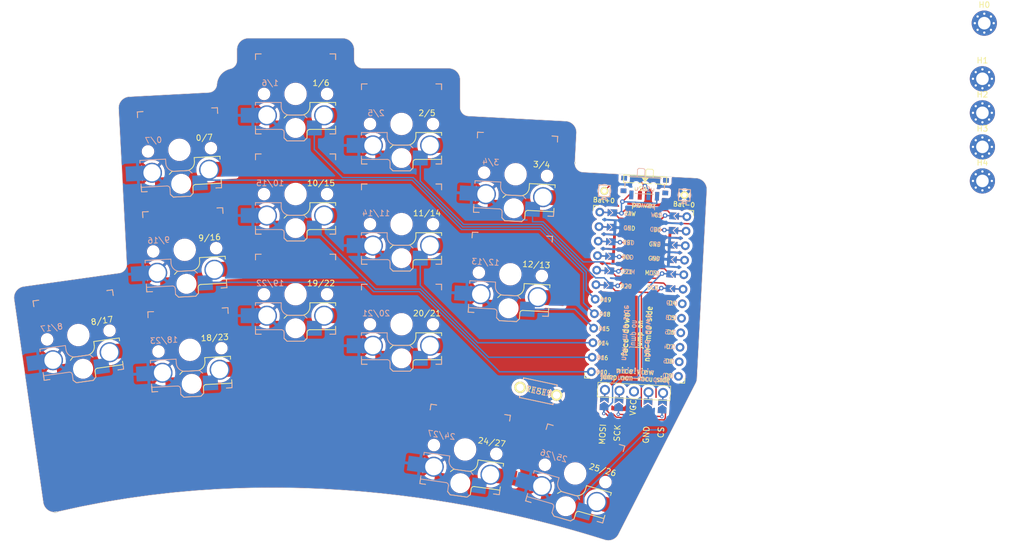
<source format=kicad_pcb>
(kicad_pcb (version 20240108) (generator "pcbnew") (generator_version "8.0")
  (title_block (title "ptk") (rev "0.4") (company "jcmkk3"))
  (layers (0 "F.Cu" signal) (31 "B.Cu" signal) (34 "B.Paste" user) (35 "F.Paste" user) (36 "B.SilkS" user "B.Silkscreen") (37 "F.SilkS" user "F.Silkscreen") (38 "B.Mask" user) (39 "F.Mask" user) (44 "Edge.Cuts" user))
  (net 0 "")
  (net 1 "GND")
  (net 2 "s0")
  (net 3 "s1")
  (net 4 "s2")
  (net 5 "s3")
  (net 6 "s8")
  (net 7 "s9")
  (net 8 "s10")
  (net 9 "s11")
  (net 10 "s12")
  (net 11 "s18")
  (net 12 "s19")
  (net 13 "s20")
  (net 14 "s24")
  (net 15 "s25")
  (net 16 "cs")
  (net 17 "mosi")
  (net 18 "sck")
  (net 19 "raw")
  (net 20 "reset")
  (net 22 "+BATT")
  (net 23 "VCC")
  (footprint "chelming-kbd:SW_SPDT_PCM12_REVERSIBLE" (layer "F.Cu") (at 270.064332 113.23058 -3)
    (property "Reference" "SW_PWR0" (hide yes))
    (property "Value" "SW_SPST")
  )
  (footprint "chelming-kbd:choc_v1_hotswap_reversible" (layer "F.Cu") (at 227.576037 120.657806)
    (property "Reference" "11/14")
    (property "Value" "keyswitch")
  )
  (footprint "chelming-kbd:choc_v1_hotswap_reversible" (layer "F.Cu") (at 227.576037 103.157806)
    (property "Reference" "2/5")
    (property "Value" "keyswitch")
  )
  (footprint "keyboard:1pin_conn" (layer "F.Cu") (at 276.969254 115.588004 -3)
    (property "Reference" "Bat-0")
    (property "Value" "MountingHole_Pad" (hide yes))
  )
  (footprint "kbd:ResetSW" (layer "F.Cu") (at 251.46 149.86 -12)
    (property "Reference" "RSW0" (hide yes))
    (property "Value" "SW_Push")
  )
  (footprint "chelming-kbd:choc_v1_hotswap_reversible" (layer "F.Cu") (at 257.892868 164.225935 -16)
    (property "Reference" "25/26")
    (property "Value" "keyswitch")
  )
  (footprint "chelming-kbd:choc_v1_hotswap_reversible" (layer "F.Cu") (at 238.676037 160.032806 -8)
    (property "Reference" "24/27")
    (property "Value" "keyswitch")
  )
  (footprint "chelming-kbd:choc_v1_hotswap_reversible" (layer "F.Cu") (at 227.576037 138.157806)
    (property "Reference" "20/21")
    (property "Value" "keyswitch")
  )
  (footprint "chelming-kbd:nice-view_reversible" (layer "F.Cu") (at 269.025286 133.416682 -3)
    (property "Reference" "J0" (hide yes))
    (property "Value" "nice!view")
  )
  (footprint "chelming-kbd:choc_v1_hotswap_reversible" (layer "F.Cu") (at 209.076038 97.907806)
    (property "Reference" "1/6")
    (property "Value" "keyswitch")
  )
  (footprint "chelming-kbd:choc_v1_hotswap_reversible" (layer "F.Cu") (at 246.573229 129.420826 -3)
    (property "Reference" "12/13")
    (property "Value" "keyswitch")
  )
  (footprint "chelming-kbd:choc_v1_hotswap_reversible" (layer "F.Cu") (at 209.076038 115.407806)
    (property "Reference" "10/15")
    (property "Value" "keyswitch")
  )
  (footprint "chelming-kbd:choc_v1_hotswap_reversible" (layer "F.Cu") (at 190.640643 142.624994 3)
    (property "Reference" "18/23")
    (property "Value" "keyswitch")
  )
  (footprint "MountingHole:MountingHole_2.2mm_M2_Pad_Via" (layer "F.Cu") (at 328.985 107.1648)
    (property "Reference" "H3")
    (property "Value" "MountingHole_Pad")
  )
  (footprint "keyboard:1pin_conn" (layer "F.Cu") (at 262.98844 114.8553 -3)
    (property "Reference" "Bat+0")
    (property "Value" "MountingHole_Pad" (hide yes))
  )
  (footprint "chelming-kbd:choc_v1_hotswap_reversible" (layer "F.Cu") (at 188.808885 107.67296 3)
    (property "Reference" "0/7")
    (property "Value" "keyswitch")
  )
  (footprint "MountingHole:MountingHole_2.2mm_M2_Pad_Via" (layer "F.Cu") (at 328.985 101.2148)
    (property "Reference" "H2")
    (property "Value" "MountingHole_Pad")
  )
  (footprint "chelming-kbd:choc_v1_hotswap_reversible" (layer "F.Cu") (at 171.155839 140.042596 8)
    (property "Reference" "8/17")
    (property "Value" "keyswitch")
  )
  (footprint "MountingHole:MountingHole_2.2mm_M2_Pad_Via" (layer "F.Cu") (at 328.985 95.2648)
    (property "Reference" "H1")
    (property "Value" "MountingHole_Pad")
  )
  (footprint "MountingHole:MountingHole_2.2mm_M2_Pad_Via" (layer "F.Cu") (at 329.312 85.5472)
    (property "Reference" "H0")
    (property "Value" "MountingHole_Pad")
  )
  (footprint "chelming-kbd:choc_v1_hotswap_reversible" (layer "F.Cu") (at 247.489108 111.944809 -3)
    (property "Reference" "3/4")
    (property "Value" "keyswitch")
  )
  (footprint "chelming-kbd:choc_v1_hotswap_reversible" (layer "F.Cu") (at 189.724764 125.148977 3)
    (property "Reference" "9/16")
    (property "Value" "keyswitch")
  )
  (footprint "chelming-kbd:choc_v1_hotswap_reversible" (layer "F.Cu") (at 209.076038 132.907806)
    (property "Reference" "19/22")
    (property "Value" "keyswitch")
  )
  (footprint "MountingHole:MountingHole_2.2mm_M2_Pad_Via" (layer "F.Cu") (at 328.985 113.1148)
    (property "Reference" "H4")
    (property "Value" "MountingHole_Pad")
  )
  (footprint "chelming-kbd:ProMicro_v3_nice_view_reversible" (layer "F.Cu") (at 269.025286 133.416682 -3)
    (property "Reference" "MCU0" (hide yes))
    (property "Value" "ProMicro-kbd" (hide yes))
  )
  (gr_line (start 265.476055 174.844717) (end 278.966077 148.420671) (stroke (width 0.05)) (layer "Edge.Cuts"))
  (gr_curve (pts (xy 180.059923 98.36811) (xy 178.956868 98.425901) (xy 178.109525 99.366972) (xy 178.167338 100.470027)) (stroke (width 0.05)) (layer "Edge.Cuts"))
  (gr_line (start 197.677857 93.508616) (end 197.674439 93.509185) (stroke (width 0.05)) (layer "Edge.Cuts"))
  (gr_line (start 198.826047 90.157823) (end 198.826047 91.966774) (stroke (width 0.05)) (layer "Edge.Cuts"))
  (gr_curve (pts (xy 278.966077 148.420671) (xy 279.079668 148.187018) (xy 279.149326 147.927236) (xy 279.163779 147.651471)) (stroke (width 0.05)) (layer "Edge.Cuts"))
  (gr_curve (pts (xy 263.135817 175.87225) (xy 264.077016 176.142135) (xy 265.054185 175.690371) (xy 265.476055 174.844717)) (stroke (width 0.05)) (layer "Edge.Cuts"))
  (gr_line (start 219.327351 91.908136) (end 219.326045 90.157823) (stroke (width 0.05)) (layer "Edge.Cuts"))
  (gr_line (start 195.332036 96.248599) (end 195.332195 96.248599) (stroke (width 0.05)) (layer "Edge.Cuts"))
  (gr_line (start 193.914015 97.641542) (end 180.059923 98.36811) (stroke (width 0.05)) (layer "Edge.Cuts"))
  (gr_line (start 278.998264 112.594761) (end 259.272663 111.560922) (stroke (width 0.05)) (layer "Edge.Cuts"))
  (gr_curve (pts (xy 179.592516 127.707163) (xy 179.592516 128.465601) (xy 179.029627 129.092569) (xy 178.29882 129.193093)) (stroke (width 0.05)) (layer "Edge.Cuts"))
  (gr_line (start 178.167338 100.470027) (end 179.592516 127.707163) (stroke (width 0.05)) (layer "Edge.Cuts"))
  (gr_line (start 198.826047 91.966774) (end 198.825737 92.050176) (stroke (width 0.05)) (layer "Edge.Cuts"))
  (gr_curve (pts (xy 280.89087 114.696699) (xy 280.948661 113.593644) (xy 280.10134 112.652574) (xy 278.998264 112.594761)) (stroke (width 0.05)) (layer "Edge.Cuts"))
  (gr_curve (pts (xy 195.367989 95.938391) (xy 195.350577 96.041402) (xy 195.338607 96.144944) (xy 195.332036 96.248599)) (stroke (width 0.05)) (layer "Edge.Cuts"))
  (gr_line (start 257.86227 109.863254) (end 258.130674 104.741881) (stroke (width 0.05)) (layer "Edge.Cuts"))
  (gr_curve (pts (xy 258.130674 104.741881) (xy 258.188466 103.638826) (xy 257.341123 102.697755) (xy 256.238068 102.639942)) (stroke (width 0.05)) (layer "Edge.Cuts"))
  (gr_curve (pts (xy 165.016714 169.317392) (xy 165.161359 170.279759) (xy 165.99171 171.017626) (xy 166.994399 171.017626)) (stroke (width 0.05)) (layer "Edge.Cuts"))
  (gr_line (start 159.927 133.794543) (end 165.016714 169.317392) (stroke (width 0.05)) (layer "Edge.Cuts"))
  (gr_line (start 279.163779 147.651471) (end 280.890865 114.696698) (stroke (width 0.05)) (layer "Edge.Cuts"))
  (gr_curve (pts (xy 237.826035 95.407804) (xy 237.826035 94.303241) (xy 236.930612 93.407818) (xy 235.826028 93.407818)) (stroke (width 0.05)) (layer "Edge.Cuts"))
  (gr_curve (pts (xy 200.826033 88.157815) (xy 199.72147 88.157815) (xy 198.826047 89.053239) (xy 198.826047 90.157823)) (stroke (width 0.05)) (layer "Edge.Cuts"))
  (gr_curve (pts (xy 166.994399 171.017626) (xy 167.140929 171.017626) (xy 167.283778 171.001868) (xy 167.421345 170.971955)) (stroke (width 0.25)) (layer "Edge.Cuts"))
  (gr_line (start 235.826028 93.407818) (end 220.827351 93.408136) (stroke (width 0.05)) (layer "Edge.Cuts"))
  (gr_curve (pts (xy 198.825737 92.050176) (xy 198.825737 92.757332) (xy 198.336395 93.350195) (xy 197.677857 93.508616)) (stroke (width 0.05)) (layer "Edge.Cuts"))
  (gr_line (start 217.326038 88.157815) (end 200.826033 88.157815) (stroke (width 0.05)) (layer "Edge.Cuts"))
  (gr_curve (pts (xy 239.25694 101.750719) (xy 238.460349 101.714872) (xy 237.825528 101.057701) (xy 237.825528 100.252259)) (stroke (width 0.05)) (layer "Edge.Cuts"))
  (gr_curve (pts (xy 197.674439 93.509185) (xy 196.518939 93.766657) (xy 195.577466 94.699122) (xy 195.367989 95.938391)) (stroke (width 0.05)) (layer "Edge.Cuts"))
  (gr_curve (pts (xy 219.326045 90.157823) (xy 219.326045 89.053239) (xy 218.4306 88.157815) (xy 217.326038 88.157815)) (stroke (width 0.05)) (layer "Edge.Cuts"))
  (gr_line (start 237.825528 100.252259) (end 237.826035 95.407804) (stroke (width 0.05)) (layer "Edge.Cuts"))
  (gr_line (start 256.238068 102.639942) (end 239.25694 101.750719) (stroke (width 0.05)) (layer "Edge.Cuts"))
  (gr_curve (pts (xy 220.827351 93.408136) (xy 219.998924 93.408136) (xy 219.327351 92.736563) (xy 219.327351 91.908136)) (stroke (width 0.05)) (layer "Edge.Cuts"))
  (gr_line (start 257.852048 110.062987) (end 257.86227 109.863254) (stroke (width 0.25)) (layer "Edge.Cuts"))
  (gr_line (start 178.29882 129.193093) (end 161.6292 131.535659) (stroke (width 0.05)) (layer "Edge.Cuts"))
  (gr_curve (pts (xy 167.421345 170.971955) (xy 211.666507 160.59346) (xy 251.042735 172.074657) (xy 263.135817 175.87225)) (stroke (width 0.05)) (layer "Edge.Cuts"))
  (gr_curve (pts (xy 161.6292 131.535659) (xy 160.535361 131.689396) (xy 159.773263 132.700725) (xy 159.927 133.794543)) (stroke (width 0.05)) (layer "Edge.Cuts"))
  (gr_curve (pts (xy 259.272663 111.560922) (xy 258.48114 111.51965) (xy 257.852048 110.864785) (xy 257.852048 110.062987)) (stroke (width 0.05)) (layer "Edge.Cuts"))
  (gr_curve (pts (xy 195.332195 96.248599) (xy 195.280056 97.002237) (xy 194.671224 97.602656) (xy 193.914015 97.641542)) (stroke (width 0.05)) (layer "Edge.Cuts"))
  (via (at 268.0716 152.5524) (size 0.8) (drill 0.4) (layers "F.Cu" "B.Cu") (net 1))
  (segment (start 259.360829 129.224168) (end 251.737461 121.6008) (width 0.25) (layer "B.Cu") (net 2))
  (segment (start 251.737461 121.6008) (end 238.057008 121.6008) (width 0.25) (layer "B.Cu") (net 2))
  (segment (start 261.2543 136.315953) (end 259.360829 134.422482) (width 0.25) (layer "B.Cu") (net 2))
  (segment (start 259.360829 134.422482) (end 259.360829 129.224168) (width 0.25) (layer "B.Cu") (net 2))
  (segment (start 229.428208 112.972) (end 192.862201 112.972) (width 0.25) (layer "B.Cu") (net 2))
  (segment (start 192.862201 112.972) (end 192.390796 113.443405) (width 0.25) (layer "B.Cu") (net 2))
  (segment (start 238.057008 121.6008) (end 229.428208 112.972) (width 0.25) (layer "B.Cu") (net 2))
  (segment (start 229.614604 112.522) (end 238.243404 121.1508) (width 0.25) (layer "B.Cu") (net 3))
  (segment (start 238.243404 121.1508) (end 251.923857 121.1508) (width 0.25) (layer "B.Cu") (net 3))
  (segment (start 259.810829 129.037772) (end 259.810829 132.20303) (width 0.25) (layer "B.Cu") (net 3))
  (segment (start 212.351038 107.601438) (end 217.2716 112.522) (width 0.25) (layer "B.Cu") (net 3))
  (segment (start 259.810829 132.20303) (end 261.387233 133.779434) (width 0.25) (layer "B.Cu") (net 3))
  (segment (start 251.923857 121.1508) (end 259.810829 129.037772) (width 0.25) (layer "B.Cu") (net 3))
  (segment (start 217.2716 112.522) (end 229.614604 112.522) (width 0.25) (layer "B.Cu") (net 3))
  (segment (start 212.351038 103.857806) (end 212.351038 107.601438) (width 0.25) (layer "B.Cu") (net 3))
  (segment (start 252.110253 120.7008) (end 261.457453 130.048) (width 0.25) (layer "B.Cu") (net 4))
  (segment (start 262.958408 130.048) (end 264.298953 131.388545) (width 0.25) (layer "B.Cu") (net 4))
  (segment (start 238.4298 120.7008) (end 252.110253 120.7008) (width 0.25) (layer "B.Cu") (net 4))
  (segment (start 230.851037 113.122037) (end 238.4298 120.7008) (width 0.25) (layer "B.Cu") (net 4))
  (segment (start 230.851037 109.107806) (end 230.851037 113.122037) (width 0.25) (layer "B.Cu") (net 4))
  (segment (start 261.457453 130.048) (end 262.958408 130.048) (width 0.25) (layer "B.Cu") (net 4))
  (segment (start 262.836738 127.256877) (end 264.431887 128.852026) (width 0.25) (layer "B.Cu") (net 5))
  (segment (start 250.448221 118.058055) (end 250.448221 120.2508) (width 0.25) (layer "B.Cu") (net 5))
  (segment (start 259.302726 127.256877) (end 262.836738 127.256877) (width 0.25) (layer "B.Cu") (net 5))
  (segment (start 250.448221 120.2508) (end 252.296649 120.2508) (width 0.25) (layer "B.Cu") (net 5))
  (segment (start 252.296649 120.2508) (end 259.302726 127.256877) (width 0.25) (layer "B.Cu") (net 5))
  (segment (start 221.064506 130.818306) (end 222.7 132.4538) (width 0.25) (layer "B.Cu") (net 7))
  (segment (start 193.407791 130.818306) (end 221.064506 130.818306) (width 0.25) (layer "B.Cu") (net 7))
  (segment (start 193.306675 130.919422) (end 193.407791 130.818306) (width 0.25) (layer "B.Cu") (net 7))
  (segment (start 222.7 132.4538) (end 230.672808 132.4538) (width 0.25) (layer "B.Cu") (net 7))
  (segment (start 244.681037 146.462029) (end 260.722567 146.462029) (width 0.25) (layer "B.Cu") (net 7))
  (segment (start 230.672808 132.4538) (end 244.681037 146.462029) (width 0.25) (layer "B.Cu") (net 7))
  (segment (start 222.997032 132.0038) (end 230.859204 132.0038) (width 0.25) (layer "B.Cu") (net 8))
  (segment (start 230.859204 132.0038) (end 242.780914 143.92551) (width 0.25) (layer "B.Cu") (net 8))
  (segment (start 212.351038 121.357806) (end 222.997032 132.0038) (width 0.25) (layer "B.Cu") (net 8))
  (segment (start 242.780914 143.92551) (end 260.8555 143.92551) (width 0.25) (layer "B.Cu") (net 8))
  (segment (start 230.851037 131.359237) (end 240.880791 141.388991) (width 0.25) (layer "B.Cu") (net 9))
  (segment (start 240.880791 141.388991) (end 260.988433 141.388991) (width 0.25) (layer "B.Cu") (net 9))
  (segment (start 230.851037 126.607806) (end 230.851037 131.359237) (width 0.25) (layer "B.Cu") (net 9))
  (segment (start 249.532342 135.534072) (end 257.802967 135.534072) (width 0.25) (layer "B.Cu") (net 10))
  (segment (start 257.802967 135.534072) (end 261.121367 138.852472) (width 0.25) (layer "B.Cu") (net 10))
  (segment (start 264.024953 169.885405) (end 264.024953 168.714847) (width 0.25) (layer "F.Cu") (net 15))
  (segment (start 259.400958 170.848154) (end 259.400958 167.787105) (width 0.25) (layer "B.Cu") (net 15))
  (segment (start 270.571663 156.6164) (end 273.3548 156.6164) (width 0.25) (layer "B.Cu") (net 15))
  (segment (start 259.400958 167.787105) (end 270.571663 156.6164) (width 0.25) (layer "B.Cu") (net 15))
  (segment (start 277.2156 148.6662) (end 278.765 120.65) (width 0.25) (layer "F.Cu") (net 16))
  (segment (start 272.0086 149.225) (end 272.5674 148.6662) (width 0.25) (layer "F.Cu") (net 16))
  (segment (start 272.5674 148.6662) (end 277.2156 148.6662) (width 0.25) (layer "F.Cu") (net 16))
  (segment (start 272.8214 119.924309) (end 273.587785 119.157924) (width 0.25) (layer "F.Cu") (net 16))
  (segment (start 272.0086 150.9268) (end 272.0086 149.225) (width 0.25) (layer "F.Cu") (net 16))
  (segment (start 278.765 120.65) (end 272.8214 120.3706) (width 0.25) (layer "F.Cu") (net 16))
  (segment (start 272.8214 120.3706) (end 272.8214 119.924309) (width 0.25) (layer "F.Cu") (net 16))
  (segment (start 264.4234 148.9108) (end 265.938 147.3962) (width 0.25) (layer "B.Cu") (net 17))
  (segment (start 268.986 147.3962) (end 268.986 133.374051) (width 0.25) (layer "B.Cu") (net 17))
  (segment (start 268.986 133.374051) (end 273.056051 129.304) (width 0.25) (layer "B.Cu") (net 17))
  (segment (start 265.938 147.3962) (end 268.986 147.3962) (width 0.25) (layer "B.Cu") (net 17))
  (segment (start 264.4234 151.79788) (end 264.4234 148.9108) (width 0.25) (layer "B.Cu") (net 17))
  (segment (start 262.884847 153.760697) (end 262.884847 153.336433) (width 0.25) (layer "B.Cu") (net 17))
  (segment (start 262.884847 153.336433) (end 264.4234 151.79788) (width 0.25) (layer "B.Cu") (net 17))
  (segment (start 269.782182 153.080812) (end 269.4432 152.74183) (width 0.25) (layer "F.Cu") (net 18))
  (segment (start 270.538218 153.080812) (end 269.782182 153.080812) (width 0.25) (layer "F.Cu") (net 18))
  (segment (start 269.4432 152.74183) (end 269.4432 132.715) (width 0.25) (layer "F.Cu") (net 18))
  (segment (start 267.324128 115.555472) (end 267.689402 115.555472) (width 0.25) (layer "F.Cu") (net 19))
  (segment (start 274.655567 119.120635) (end 274.655567 119.157924) (width 0.25) (layer "F.Cu") (net 19))
  (segment (start 266.1412 116.7384) (end 267.324128 115.555472) (width 0.25) (layer "F.Cu") (net 19))
  (via (at 266.1412 116.7384) (size 0.8) (drill 0.4) (layers "F.Cu" "B.Cu") (net 19))
  (segment (start 272.1356 117.0432) (end 272.1356 116.7384) (width 0.25) (layer "B.Cu") (net 19))
  (segment (start 265.978227 116.901373) (end 266.1412 116.7384) (width 0.25) (layer "B.Cu") (net 19))
  (segment (start 266.1412 116.7384) (end 272.1356 117.0432) (width 0.25) (layer "B.Cu") (net 19))
  (segment (start 272.1356 116.7384) (end 272.190809 115.790803) (width 0.25) (layer "B.Cu") (net 19))
  (segment (start 265.978227 118.759124) (end 265.978227 116.901373) (width 0.25) (layer "B.Cu") (net 19))
  (segment (start 267.0556 113.792) (end 264.16 113.6904) (width 0.25) (layer "F.Cu") (net 22))
  (segment (start 269.187346 115.633976) (end 269.187346 114.87723) (width 0.25) (layer "F.Cu") (net 22))
  (segment (start 269.187346 114.87723) (end 270.07307 113.991506) (width 0.25) (layer "F.Cu") (net 22))
  (segment (start 270.07307 113.991506) (end 269.0937 113.012136) (width 0.25) (layer "F.Cu") (net 22))
  (segment (start 268.0716 112.9284) (end 267.0556 113.792) (width 0.25) (layer "F.Cu") (net 22))
  (segment (start 269.0937 113.012136) (end 268.0716 112.9284) (width 0.25) (layer "F.Cu") (net 22))
  (segment (start 264.16 113.6904) (end 262.98844 114.8553) (width 0.25) (layer "F.Cu") (net 22))
  (via (at 270.07307 113.991506) (size 0.8) (drill 0.4) (layers "F.Cu" "B.Cu") (net 22))
  (segment (start 270.692864 115.712299) (end 270.692864 114.6113) (width 0.25) (layer "B.Cu") (net 22))
  (segment (start 270.692864 114.6113) (end 270.07307 113.991506) (width 0.25) (layer "B.Cu") (net 22))
  (zone (net 1) (net_name "GND") (layers "F&B.Cu") (connect_pads (clearance 0.508)) (min_thickness 0.25) (fill yes (thermal_gap 0.5) (thermal_bridge_width 0.5))
    (polygon (pts (xy 157.48 86.36) (xy 281.94 86.36) (xy 281.94 177.8) (xy 157.48 177.8)))
  )
)
</source>
